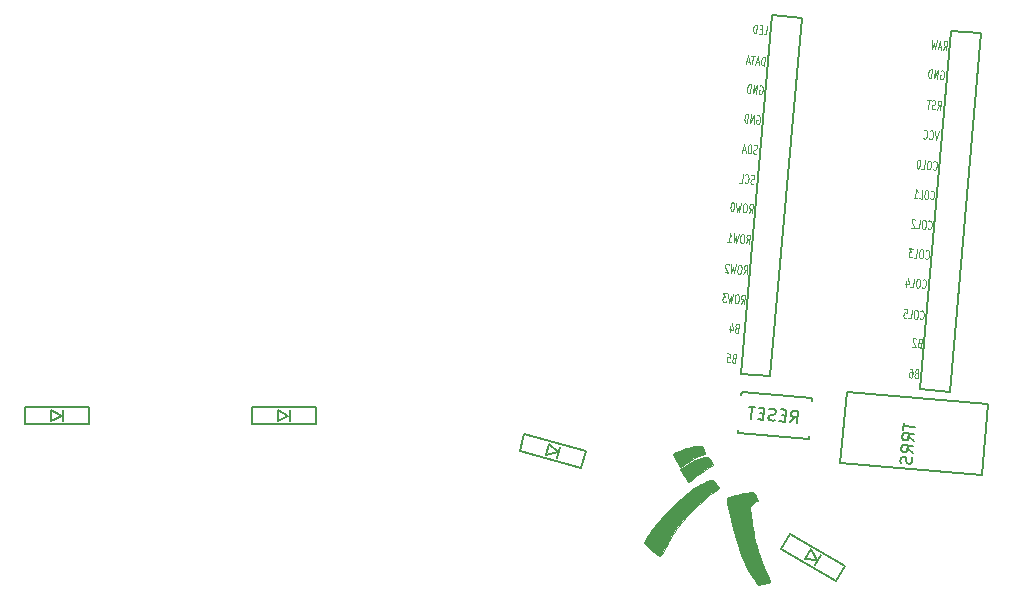
<source format=gbr>
G04 #@! TF.GenerationSoftware,KiCad,Pcbnew,(5.0.1)-4*
G04 #@! TF.CreationDate,2019-01-20T17:45:29+09:00*
G04 #@! TF.ProjectId,va4,7661342E6B696361645F706362000000,rev?*
G04 #@! TF.SameCoordinates,Original*
G04 #@! TF.FileFunction,Legend,Bot*
G04 #@! TF.FilePolarity,Positive*
%FSLAX46Y46*%
G04 Gerber Fmt 4.6, Leading zero omitted, Abs format (unit mm)*
G04 Created by KiCad (PCBNEW (5.0.1)-4) date 20/01/2019 17:45:29*
%MOMM*%
%LPD*%
G01*
G04 APERTURE LIST*
%ADD10C,0.010000*%
%ADD11C,0.150000*%
%ADD12C,0.125000*%
G04 APERTURE END LIST*
D10*
G04 #@! TO.C,G\002A\002A\002A*
G36*
X114845419Y-72283457D02*
X114665176Y-72302109D01*
X114427650Y-72337770D01*
X114155633Y-72386505D01*
X113871918Y-72444379D01*
X113599296Y-72507455D01*
X113473539Y-72539911D01*
X113180400Y-72619442D01*
X112973876Y-72677828D01*
X112838219Y-72720799D01*
X112757678Y-72754083D01*
X112716506Y-72783413D01*
X112698952Y-72814517D01*
X112696581Y-72822594D01*
X112702168Y-72890785D01*
X112727240Y-73047956D01*
X112769093Y-73279600D01*
X112825026Y-73571216D01*
X112892339Y-73908299D01*
X112959848Y-74235846D01*
X113240665Y-75429698D01*
X113567344Y-76538415D01*
X113944110Y-77574162D01*
X114375184Y-78549098D01*
X114634167Y-79058572D01*
X114771323Y-79302298D01*
X114919911Y-79543656D01*
X115067307Y-79764513D01*
X115200883Y-79946730D01*
X115308015Y-80072175D01*
X115374837Y-80122482D01*
X115444672Y-80116536D01*
X115591552Y-80092265D01*
X115789192Y-80054214D01*
X115886522Y-80034052D01*
X116095199Y-79989094D01*
X116261359Y-79951790D01*
X116360148Y-79927785D01*
X116376108Y-79922773D01*
X116377321Y-79871662D01*
X116354242Y-79807908D01*
X116299578Y-79667994D01*
X116278614Y-79600998D01*
X116249888Y-79519143D01*
X116188154Y-79357555D01*
X116100544Y-79134423D01*
X115994188Y-78867943D01*
X115897576Y-78628823D01*
X115723651Y-78184454D01*
X115552889Y-77718291D01*
X115392973Y-77253512D01*
X115251588Y-76813289D01*
X115136414Y-76420796D01*
X115055136Y-76099207D01*
X115047884Y-76065820D01*
X114990899Y-75777774D01*
X114932870Y-75449836D01*
X114876207Y-75099727D01*
X114823320Y-74745167D01*
X114776620Y-74403878D01*
X114738516Y-74093580D01*
X114711418Y-73831993D01*
X114697736Y-73636838D01*
X114699880Y-73525836D01*
X114701459Y-73518461D01*
X114773960Y-73391279D01*
X114909777Y-73251713D01*
X115075472Y-73130258D01*
X115190133Y-73072804D01*
X115350873Y-73010872D01*
X115182223Y-72657419D01*
X115091539Y-72483165D01*
X115008752Y-72351329D01*
X114950218Y-72287603D01*
X114945587Y-72285750D01*
X114845419Y-72283457D01*
X114845419Y-72283457D01*
G37*
X114845419Y-72283457D02*
X114665176Y-72302109D01*
X114427650Y-72337770D01*
X114155633Y-72386505D01*
X113871918Y-72444379D01*
X113599296Y-72507455D01*
X113473539Y-72539911D01*
X113180400Y-72619442D01*
X112973876Y-72677828D01*
X112838219Y-72720799D01*
X112757678Y-72754083D01*
X112716506Y-72783413D01*
X112698952Y-72814517D01*
X112696581Y-72822594D01*
X112702168Y-72890785D01*
X112727240Y-73047956D01*
X112769093Y-73279600D01*
X112825026Y-73571216D01*
X112892339Y-73908299D01*
X112959848Y-74235846D01*
X113240665Y-75429698D01*
X113567344Y-76538415D01*
X113944110Y-77574162D01*
X114375184Y-78549098D01*
X114634167Y-79058572D01*
X114771323Y-79302298D01*
X114919911Y-79543656D01*
X115067307Y-79764513D01*
X115200883Y-79946730D01*
X115308015Y-80072175D01*
X115374837Y-80122482D01*
X115444672Y-80116536D01*
X115591552Y-80092265D01*
X115789192Y-80054214D01*
X115886522Y-80034052D01*
X116095199Y-79989094D01*
X116261359Y-79951790D01*
X116360148Y-79927785D01*
X116376108Y-79922773D01*
X116377321Y-79871662D01*
X116354242Y-79807908D01*
X116299578Y-79667994D01*
X116278614Y-79600998D01*
X116249888Y-79519143D01*
X116188154Y-79357555D01*
X116100544Y-79134423D01*
X115994188Y-78867943D01*
X115897576Y-78628823D01*
X115723651Y-78184454D01*
X115552889Y-77718291D01*
X115392973Y-77253512D01*
X115251588Y-76813289D01*
X115136414Y-76420796D01*
X115055136Y-76099207D01*
X115047884Y-76065820D01*
X114990899Y-75777774D01*
X114932870Y-75449836D01*
X114876207Y-75099727D01*
X114823320Y-74745167D01*
X114776620Y-74403878D01*
X114738516Y-74093580D01*
X114711418Y-73831993D01*
X114697736Y-73636838D01*
X114699880Y-73525836D01*
X114701459Y-73518461D01*
X114773960Y-73391279D01*
X114909777Y-73251713D01*
X115075472Y-73130258D01*
X115190133Y-73072804D01*
X115350873Y-73010872D01*
X115182223Y-72657419D01*
X115091539Y-72483165D01*
X115008752Y-72351329D01*
X114950218Y-72287603D01*
X114945587Y-72285750D01*
X114845419Y-72283457D01*
G36*
X111431174Y-71221425D02*
X111280273Y-71272371D01*
X111072073Y-71364567D01*
X110822112Y-71489530D01*
X110545934Y-71638778D01*
X110259079Y-71803826D01*
X109977089Y-71976192D01*
X109715503Y-72147393D01*
X109489866Y-72308947D01*
X109431313Y-72354418D01*
X109170324Y-72569702D01*
X108863726Y-72834981D01*
X108540007Y-73124688D01*
X108227658Y-73413256D01*
X107955171Y-73675118D01*
X107913973Y-73716028D01*
X107681228Y-73956674D01*
X107427099Y-74233390D01*
X107161964Y-74533472D01*
X106896198Y-74844215D01*
X106640176Y-75152915D01*
X106404273Y-75446867D01*
X106198867Y-75713367D01*
X106034330Y-75939710D01*
X105921042Y-76113192D01*
X105869956Y-76218843D01*
X105811584Y-76340045D01*
X105761244Y-76405919D01*
X105714079Y-76476668D01*
X105714367Y-76554120D01*
X105770671Y-76653780D01*
X105891557Y-76791147D01*
X106072556Y-76969292D01*
X106209359Y-77091742D01*
X106384571Y-77237255D01*
X106576706Y-77389372D01*
X106764276Y-77531632D01*
X106925795Y-77647573D01*
X107039772Y-77720737D01*
X107074418Y-77736781D01*
X107104427Y-77695034D01*
X107175733Y-77578120D01*
X107278085Y-77403298D01*
X107401233Y-77187836D01*
X107418201Y-77157800D01*
X107545422Y-76928959D01*
X107653462Y-76728331D01*
X107731423Y-76576594D01*
X107768411Y-76494421D01*
X107769229Y-76491644D01*
X107805529Y-76419125D01*
X107889878Y-76277518D01*
X108010840Y-76085273D01*
X108156980Y-75860836D01*
X108206054Y-75786940D01*
X108541782Y-75316537D01*
X108933250Y-74822418D01*
X109356373Y-74332164D01*
X109787065Y-73873348D01*
X110201241Y-73473550D01*
X110314253Y-73373080D01*
X110538165Y-73178302D01*
X110757588Y-72987334D01*
X110947503Y-72821957D01*
X111082887Y-72703953D01*
X111084160Y-72702842D01*
X111247850Y-72566647D01*
X111455870Y-72402613D01*
X111666071Y-72243901D01*
X111687302Y-72228347D01*
X111853731Y-72102523D01*
X111982416Y-71997017D01*
X112052681Y-71929100D01*
X112059681Y-71917250D01*
X112032522Y-71859376D01*
X111954893Y-71746461D01*
X111846139Y-71603007D01*
X111725608Y-71453508D01*
X111612644Y-71322464D01*
X111526594Y-71234375D01*
X111509231Y-71220212D01*
X111431174Y-71221425D01*
X111431174Y-71221425D01*
G37*
X111431174Y-71221425D02*
X111280273Y-71272371D01*
X111072073Y-71364567D01*
X110822112Y-71489530D01*
X110545934Y-71638778D01*
X110259079Y-71803826D01*
X109977089Y-71976192D01*
X109715503Y-72147393D01*
X109489866Y-72308947D01*
X109431313Y-72354418D01*
X109170324Y-72569702D01*
X108863726Y-72834981D01*
X108540007Y-73124688D01*
X108227658Y-73413256D01*
X107955171Y-73675118D01*
X107913973Y-73716028D01*
X107681228Y-73956674D01*
X107427099Y-74233390D01*
X107161964Y-74533472D01*
X106896198Y-74844215D01*
X106640176Y-75152915D01*
X106404273Y-75446867D01*
X106198867Y-75713367D01*
X106034330Y-75939710D01*
X105921042Y-76113192D01*
X105869956Y-76218843D01*
X105811584Y-76340045D01*
X105761244Y-76405919D01*
X105714079Y-76476668D01*
X105714367Y-76554120D01*
X105770671Y-76653780D01*
X105891557Y-76791147D01*
X106072556Y-76969292D01*
X106209359Y-77091742D01*
X106384571Y-77237255D01*
X106576706Y-77389372D01*
X106764276Y-77531632D01*
X106925795Y-77647573D01*
X107039772Y-77720737D01*
X107074418Y-77736781D01*
X107104427Y-77695034D01*
X107175733Y-77578120D01*
X107278085Y-77403298D01*
X107401233Y-77187836D01*
X107418201Y-77157800D01*
X107545422Y-76928959D01*
X107653462Y-76728331D01*
X107731423Y-76576594D01*
X107768411Y-76494421D01*
X107769229Y-76491644D01*
X107805529Y-76419125D01*
X107889878Y-76277518D01*
X108010840Y-76085273D01*
X108156980Y-75860836D01*
X108206054Y-75786940D01*
X108541782Y-75316537D01*
X108933250Y-74822418D01*
X109356373Y-74332164D01*
X109787065Y-73873348D01*
X110201241Y-73473550D01*
X110314253Y-73373080D01*
X110538165Y-73178302D01*
X110757588Y-72987334D01*
X110947503Y-72821957D01*
X111082887Y-72703953D01*
X111084160Y-72702842D01*
X111247850Y-72566647D01*
X111455870Y-72402613D01*
X111666071Y-72243901D01*
X111687302Y-72228347D01*
X111853731Y-72102523D01*
X111982416Y-71997017D01*
X112052681Y-71929100D01*
X112059681Y-71917250D01*
X112032522Y-71859376D01*
X111954893Y-71746461D01*
X111846139Y-71603007D01*
X111725608Y-71453508D01*
X111612644Y-71322464D01*
X111526594Y-71234375D01*
X111509231Y-71220212D01*
X111431174Y-71221425D01*
G36*
X111009966Y-69293289D02*
X110809821Y-69329571D01*
X110563620Y-69395683D01*
X110296268Y-69484121D01*
X110032672Y-69587386D01*
X109797736Y-69697976D01*
X109795864Y-69698962D01*
X109558367Y-69832769D01*
X109314155Y-69984121D01*
X109110198Y-70123688D01*
X109082770Y-70144239D01*
X108789551Y-70368017D01*
X109127634Y-70907724D01*
X109260809Y-71118501D01*
X109374042Y-71294308D01*
X109455416Y-71416877D01*
X109493015Y-71467935D01*
X109493109Y-71468008D01*
X109543082Y-71446768D01*
X109636940Y-71369136D01*
X109682778Y-71324731D01*
X109915148Y-71111473D01*
X110210418Y-70872021D01*
X110537774Y-70629358D01*
X110866400Y-70406465D01*
X111125544Y-70248679D01*
X111584469Y-69988165D01*
X111408263Y-69653338D01*
X111308416Y-69483857D01*
X111212899Y-69355574D01*
X111141653Y-69295091D01*
X111139149Y-69294340D01*
X111009966Y-69293289D01*
X111009966Y-69293289D01*
G37*
X111009966Y-69293289D02*
X110809821Y-69329571D01*
X110563620Y-69395683D01*
X110296268Y-69484121D01*
X110032672Y-69587386D01*
X109797736Y-69697976D01*
X109795864Y-69698962D01*
X109558367Y-69832769D01*
X109314155Y-69984121D01*
X109110198Y-70123688D01*
X109082770Y-70144239D01*
X108789551Y-70368017D01*
X109127634Y-70907724D01*
X109260809Y-71118501D01*
X109374042Y-71294308D01*
X109455416Y-71416877D01*
X109493015Y-71467935D01*
X109493109Y-71468008D01*
X109543082Y-71446768D01*
X109636940Y-71369136D01*
X109682778Y-71324731D01*
X109915148Y-71111473D01*
X110210418Y-70872021D01*
X110537774Y-70629358D01*
X110866400Y-70406465D01*
X111125544Y-70248679D01*
X111584469Y-69988165D01*
X111408263Y-69653338D01*
X111308416Y-69483857D01*
X111212899Y-69355574D01*
X111141653Y-69295091D01*
X111139149Y-69294340D01*
X111009966Y-69293289D01*
G36*
X110420880Y-68360058D02*
X110220870Y-68376404D01*
X109971320Y-68412052D01*
X109698459Y-68462528D01*
X109428515Y-68523366D01*
X109187715Y-68590094D01*
X109131683Y-68608343D01*
X108887673Y-68701039D01*
X108637840Y-68811912D01*
X108435050Y-68917449D01*
X108429916Y-68920482D01*
X108138814Y-69093389D01*
X108454238Y-69643018D01*
X108578612Y-69856575D01*
X108684548Y-70032546D01*
X108760877Y-70152785D01*
X108796432Y-70199143D01*
X108796515Y-70199165D01*
X108848980Y-70171348D01*
X108946261Y-70094087D01*
X108977514Y-70066481D01*
X109263077Y-69838764D01*
X109607979Y-69609709D01*
X109972117Y-69403406D01*
X110315389Y-69243944D01*
X110400890Y-69211473D01*
X110856867Y-69048604D01*
X110746467Y-68720226D01*
X110671093Y-68533212D01*
X110595041Y-68407441D01*
X110545122Y-68367480D01*
X110420880Y-68360058D01*
X110420880Y-68360058D01*
G37*
X110420880Y-68360058D02*
X110220870Y-68376404D01*
X109971320Y-68412052D01*
X109698459Y-68462528D01*
X109428515Y-68523366D01*
X109187715Y-68590094D01*
X109131683Y-68608343D01*
X108887673Y-68701039D01*
X108637840Y-68811912D01*
X108435050Y-68917449D01*
X108429916Y-68920482D01*
X108138814Y-69093389D01*
X108454238Y-69643018D01*
X108578612Y-69856575D01*
X108684548Y-70032546D01*
X108760877Y-70152785D01*
X108796432Y-70199143D01*
X108796515Y-70199165D01*
X108848980Y-70171348D01*
X108946261Y-70094087D01*
X108977514Y-70066481D01*
X109263077Y-69838764D01*
X109607979Y-69609709D01*
X109972117Y-69403406D01*
X110315389Y-69243944D01*
X110400890Y-69211473D01*
X110856867Y-69048604D01*
X110746467Y-68720226D01*
X110671093Y-68533212D01*
X110595041Y-68407441D01*
X110545122Y-68367480D01*
X110420880Y-68360058D01*
D11*
G04 #@! TO.C,J2*
X134813990Y-64868075D02*
X134291055Y-70845243D01*
X134291055Y-70845243D02*
X122336719Y-69799374D01*
X122336719Y-69799374D02*
X122859653Y-63822206D01*
X122859653Y-63822206D02*
X134813990Y-64868075D01*
G04 #@! TO.C,D4*
X120346410Y-78000000D02*
X119316987Y-77983013D01*
X119316987Y-77983013D02*
X119816987Y-77116987D01*
X119816987Y-77116987D02*
X120346410Y-78000000D01*
X120183013Y-78483013D02*
X120683013Y-77616987D01*
X117286731Y-77099519D02*
X121963269Y-79799519D01*
X121963269Y-79799519D02*
X122713269Y-78500481D01*
X122713269Y-78500481D02*
X118036731Y-75800481D01*
X118036731Y-75800481D02*
X117286731Y-77099519D01*
G04 #@! TO.C,D3*
X98386370Y-68903528D02*
X97387628Y-69153553D01*
X97387628Y-69153553D02*
X97646447Y-68187628D01*
X97646447Y-68187628D02*
X98386370Y-68903528D01*
X98353553Y-69412372D02*
X98612372Y-68446447D01*
X95197886Y-68825633D02*
X100413885Y-70223256D01*
X100413885Y-70223256D02*
X100802114Y-68774367D01*
X100802114Y-68774367D02*
X95586115Y-67376744D01*
X95586115Y-67376744D02*
X95197886Y-68825633D01*
G04 #@! TO.C,D2*
X72500000Y-65050000D02*
X72500000Y-66550000D01*
X77900000Y-65050000D02*
X72500000Y-65050000D01*
X77900000Y-66550000D02*
X77900000Y-65050000D01*
X72500000Y-66550000D02*
X77900000Y-66550000D01*
X75700000Y-66300000D02*
X75700000Y-65300000D01*
X74700000Y-65300000D02*
X75600000Y-65800000D01*
X74700000Y-66300000D02*
X74700000Y-65300000D01*
X75600000Y-65800000D02*
X74700000Y-66300000D01*
G04 #@! TO.C,D1*
X56400000Y-65800000D02*
X55500000Y-66300000D01*
X55500000Y-66300000D02*
X55500000Y-65300000D01*
X55500000Y-65300000D02*
X56400000Y-65800000D01*
X56500000Y-66300000D02*
X56500000Y-65300000D01*
X53300000Y-66550000D02*
X58700000Y-66550000D01*
X58700000Y-66550000D02*
X58700000Y-65050000D01*
X58700000Y-65050000D02*
X53300000Y-65050000D01*
X53300000Y-65050000D02*
X53300000Y-66550000D01*
G04 #@! TO.C,U1*
X131722510Y-33219844D02*
X134252844Y-33441220D01*
X134252844Y-33441220D02*
X131596337Y-63805234D01*
X131596337Y-63805234D02*
X129066003Y-63583859D01*
X129066003Y-63583859D02*
X131722510Y-33219844D01*
X116540503Y-31891591D02*
X119070837Y-32112966D01*
X119070837Y-32112966D02*
X116414330Y-62476981D01*
X116414330Y-62476981D02*
X113883996Y-62255605D01*
X113883996Y-62255605D02*
X116540503Y-31891591D01*
G04 #@! TO.C,SW1*
X113942150Y-64044241D02*
X113963938Y-63795192D01*
X113963938Y-63795192D02*
X119941107Y-64318127D01*
X119941107Y-64318127D02*
X119919318Y-64567175D01*
X119657850Y-67555759D02*
X119636062Y-67804808D01*
X119636062Y-67804808D02*
X113658893Y-67281873D01*
X113658893Y-67281873D02*
X113680682Y-67032825D01*
G04 #@! TO.C,J2*
X127690876Y-66415739D02*
X127641073Y-66984993D01*
X128662169Y-66787522D02*
X127665975Y-66700366D01*
X128558413Y-67973468D02*
X128113086Y-67599900D01*
X128608216Y-67404214D02*
X127612021Y-67317058D01*
X127578819Y-67696561D01*
X127617956Y-67795587D01*
X127661244Y-67847175D01*
X127751969Y-67902913D01*
X127894283Y-67915364D01*
X127993309Y-67876227D01*
X128044897Y-67832939D01*
X128100635Y-67742214D01*
X128133838Y-67362711D01*
X128471257Y-68969663D02*
X128025930Y-68596095D01*
X128521060Y-68400409D02*
X127524865Y-68313253D01*
X127491663Y-68692756D01*
X127530801Y-68791782D01*
X127574088Y-68843370D01*
X127664814Y-68899108D01*
X127807127Y-68911559D01*
X127906153Y-68872422D01*
X127957741Y-68829134D01*
X128013480Y-68738409D01*
X128046682Y-68358906D01*
X128390617Y-69345015D02*
X128425604Y-69491479D01*
X128404853Y-69728668D01*
X128349114Y-69819394D01*
X128297526Y-69862681D01*
X128198500Y-69901819D01*
X128103624Y-69893518D01*
X128012899Y-69837780D01*
X127969611Y-69786191D01*
X127930474Y-69687165D01*
X127899637Y-69493264D01*
X127860500Y-69394238D01*
X127817212Y-69342650D01*
X127726487Y-69286911D01*
X127631611Y-69278611D01*
X127532585Y-69317748D01*
X127480997Y-69361036D01*
X127425259Y-69451761D01*
X127404508Y-69688950D01*
X127439495Y-69835414D01*
G04 #@! TO.C,U1*
D12*
X131035024Y-34838873D02*
X131232184Y-34497615D01*
X131319651Y-34863774D02*
X131385018Y-34116628D01*
X131195267Y-34100027D01*
X131144716Y-34131455D01*
X131117884Y-34164958D01*
X131087940Y-34234040D01*
X131078602Y-34340775D01*
X131096096Y-34414007D01*
X131116702Y-34451661D01*
X131161027Y-34491389D01*
X131350778Y-34507990D01*
X130863949Y-34608801D02*
X130626760Y-34588050D01*
X130892711Y-34826422D02*
X130792045Y-34064750D01*
X130560646Y-34797370D01*
X130507418Y-34039848D02*
X130323457Y-34776619D01*
X130275271Y-34234642D01*
X130133705Y-34760017D01*
X130080477Y-34002496D01*
X115829297Y-33508543D02*
X116066486Y-33529295D01*
X116131853Y-32782149D01*
X115697505Y-33102655D02*
X115531472Y-33088129D01*
X115426076Y-33473266D02*
X115663265Y-33494018D01*
X115728632Y-32746871D01*
X115491442Y-32726120D01*
X115212605Y-33454590D02*
X115277972Y-32707444D01*
X115159377Y-32697068D01*
X115085108Y-32726421D01*
X115031445Y-32793428D01*
X115001500Y-32862509D01*
X114965331Y-33002748D01*
X114955993Y-33109483D01*
X114967261Y-33253872D01*
X114984754Y-33327103D01*
X115025967Y-33402410D01*
X115094011Y-33444214D01*
X115212605Y-33454590D01*
X130853757Y-36591959D02*
X130904307Y-36560531D01*
X130975464Y-36566756D01*
X131043508Y-36608560D01*
X131084720Y-36683867D01*
X131102214Y-36757099D01*
X131113482Y-36901487D01*
X131104144Y-37008223D01*
X131067974Y-37148461D01*
X131038030Y-37217543D01*
X130984367Y-37284549D01*
X130910097Y-37313902D01*
X130862659Y-37309752D01*
X130794615Y-37267948D01*
X130774009Y-37230294D01*
X130795798Y-36981246D01*
X130890674Y-36989546D01*
X130554313Y-37282775D02*
X130619680Y-36535629D01*
X130269686Y-37257873D01*
X130335053Y-36510727D01*
X130032497Y-37237122D02*
X130097864Y-36489976D01*
X129979269Y-36479600D01*
X129905000Y-36508953D01*
X129851337Y-36575960D01*
X129821392Y-36645041D01*
X129785222Y-36785280D01*
X129775884Y-36892015D01*
X129787152Y-37036404D01*
X129804646Y-37109635D01*
X129845858Y-37184942D01*
X129913902Y-37226746D01*
X130032497Y-37237122D01*
X115875330Y-36167172D02*
X115940697Y-35420026D01*
X115822102Y-35409650D01*
X115747833Y-35439003D01*
X115694169Y-35506010D01*
X115664225Y-35575091D01*
X115628055Y-35715330D01*
X115618717Y-35822065D01*
X115629985Y-35966454D01*
X115647479Y-36039685D01*
X115688691Y-36114992D01*
X115756735Y-36156796D01*
X115875330Y-36167172D01*
X115419628Y-35912199D02*
X115182438Y-35891448D01*
X115448389Y-36129819D02*
X115347724Y-35368147D01*
X115116324Y-36100768D01*
X115086815Y-35345321D02*
X114802188Y-35320419D01*
X114879135Y-36080016D02*
X114944502Y-35332870D01*
X114613184Y-35841644D02*
X114375995Y-35820893D01*
X114641946Y-36059265D02*
X114541280Y-35297593D01*
X114309881Y-36030213D01*
X130521115Y-39893316D02*
X130718275Y-39552058D01*
X130805742Y-39918218D02*
X130871109Y-39171072D01*
X130681358Y-39154471D01*
X130630807Y-39185899D01*
X130603976Y-39219402D01*
X130574031Y-39288484D01*
X130564693Y-39395219D01*
X130582187Y-39468451D01*
X130602793Y-39506104D01*
X130647118Y-39545833D01*
X130836870Y-39562434D01*
X130334477Y-39841137D02*
X130260207Y-39870490D01*
X130141613Y-39860114D01*
X130097288Y-39820385D01*
X130076681Y-39782732D01*
X130059188Y-39709500D01*
X130065413Y-39638343D01*
X130095358Y-39569262D01*
X130122189Y-39535758D01*
X130172740Y-39504330D01*
X130270728Y-39477052D01*
X130321279Y-39445624D01*
X130348110Y-39412121D01*
X130378055Y-39343039D01*
X130384280Y-39271883D01*
X130366787Y-39198651D01*
X130346180Y-39160997D01*
X130301855Y-39121269D01*
X130183261Y-39110893D01*
X130108991Y-39140246D01*
X129969790Y-39092217D02*
X129685163Y-39067315D01*
X129762110Y-39826912D02*
X129827477Y-39079766D01*
X115508098Y-37862833D02*
X115558648Y-37831405D01*
X115629805Y-37837630D01*
X115697849Y-37879434D01*
X115739061Y-37954741D01*
X115756555Y-38027973D01*
X115767823Y-38172361D01*
X115758485Y-38279097D01*
X115722315Y-38419335D01*
X115692371Y-38488417D01*
X115638708Y-38555423D01*
X115564438Y-38584776D01*
X115517000Y-38580626D01*
X115448956Y-38538822D01*
X115428350Y-38501168D01*
X115450139Y-38252120D01*
X115545015Y-38260420D01*
X115208654Y-38553649D02*
X115274021Y-37806503D01*
X114924027Y-38528747D01*
X114989394Y-37781601D01*
X114686838Y-38507996D02*
X114752205Y-37760850D01*
X114633610Y-37750474D01*
X114559341Y-37779827D01*
X114505678Y-37846834D01*
X114475733Y-37915915D01*
X114439563Y-38056154D01*
X114430225Y-38162889D01*
X114441493Y-38307278D01*
X114458987Y-38380509D01*
X114500199Y-38455816D01*
X114568243Y-38497620D01*
X114686838Y-38507996D01*
X130693212Y-41705210D02*
X130461813Y-42437830D01*
X130361148Y-41676158D01*
X129851347Y-42312720D02*
X129871953Y-42350373D01*
X129939997Y-42392177D01*
X129987435Y-42396327D01*
X130061704Y-42366974D01*
X130115367Y-42299968D01*
X130145312Y-42230886D01*
X130181482Y-42090648D01*
X130190820Y-41983913D01*
X130179552Y-41839524D01*
X130162058Y-41766292D01*
X130120846Y-41690985D01*
X130052802Y-41649181D01*
X130005364Y-41645031D01*
X129931094Y-41674384D01*
X129904263Y-41707887D01*
X129353249Y-42269142D02*
X129373855Y-42306795D01*
X129441900Y-42348599D01*
X129489337Y-42352749D01*
X129563607Y-42323396D01*
X129617270Y-42256390D01*
X129647214Y-42187308D01*
X129683384Y-42047070D01*
X129692722Y-41940335D01*
X129681454Y-41795946D01*
X129663961Y-41722714D01*
X129622748Y-41647407D01*
X129554704Y-41605603D01*
X129507266Y-41601453D01*
X129432997Y-41630806D01*
X129406165Y-41664309D01*
X115286723Y-40393168D02*
X115337273Y-40361740D01*
X115408430Y-40367965D01*
X115476474Y-40409769D01*
X115517686Y-40485076D01*
X115535180Y-40558308D01*
X115546448Y-40702696D01*
X115537110Y-40809432D01*
X115500940Y-40949670D01*
X115470996Y-41018752D01*
X115417333Y-41085758D01*
X115343063Y-41115111D01*
X115295625Y-41110961D01*
X115227581Y-41069157D01*
X115206975Y-41031503D01*
X115228764Y-40782455D01*
X115323640Y-40790755D01*
X114987279Y-41083984D02*
X115052646Y-40336838D01*
X114702652Y-41059082D01*
X114768019Y-40311936D01*
X114465463Y-41038331D02*
X114530830Y-40291185D01*
X114412235Y-40280809D01*
X114337966Y-40310162D01*
X114284303Y-40377169D01*
X114254358Y-40446250D01*
X114218188Y-40586489D01*
X114208850Y-40693224D01*
X114220118Y-40837613D01*
X114237612Y-40910844D01*
X114278824Y-40986151D01*
X114346868Y-41027955D01*
X114465463Y-41038331D01*
X129506051Y-52445685D02*
X129526658Y-52483338D01*
X129594702Y-52525142D01*
X129642140Y-52529292D01*
X129716409Y-52499939D01*
X129770072Y-52432933D01*
X129800017Y-52363851D01*
X129836186Y-52223613D01*
X129845524Y-52116877D01*
X129834256Y-51972489D01*
X129816763Y-51899257D01*
X129775550Y-51823950D01*
X129707506Y-51782146D01*
X129660068Y-51777996D01*
X129585799Y-51807349D01*
X129558967Y-51840852D01*
X129256847Y-51742718D02*
X129161971Y-51734418D01*
X129111421Y-51765846D01*
X129057757Y-51832853D01*
X129021588Y-51973091D01*
X128999799Y-52222140D01*
X129011067Y-52366528D01*
X129052279Y-52441835D01*
X129096604Y-52481564D01*
X129191480Y-52489864D01*
X129242031Y-52458436D01*
X129295694Y-52391430D01*
X129331864Y-52251192D01*
X129353652Y-52002143D01*
X129342384Y-51857754D01*
X129301172Y-51782447D01*
X129256847Y-51742718D01*
X128527350Y-52431761D02*
X128764539Y-52452512D01*
X128829906Y-51705366D01*
X128474122Y-51674239D02*
X128165776Y-51647262D01*
X128306907Y-51946415D01*
X128235750Y-51940190D01*
X128185200Y-51971618D01*
X128158368Y-52005121D01*
X128128424Y-52074203D01*
X128112860Y-52252095D01*
X128130354Y-52325327D01*
X128150960Y-52362980D01*
X128195285Y-52402709D01*
X128337599Y-52415160D01*
X128388149Y-52383731D01*
X128414981Y-52350228D01*
X114564879Y-48632393D02*
X114762039Y-48291135D01*
X114849506Y-48657295D02*
X114914873Y-47910149D01*
X114725122Y-47893548D01*
X114674571Y-47924976D01*
X114647740Y-47958479D01*
X114617795Y-48027561D01*
X114608457Y-48134296D01*
X114625951Y-48207528D01*
X114646557Y-48245181D01*
X114690882Y-48284910D01*
X114880633Y-48301511D01*
X114321900Y-47858270D02*
X114227024Y-47849970D01*
X114176474Y-47881398D01*
X114122811Y-47948405D01*
X114086641Y-48088643D01*
X114064852Y-48337692D01*
X114076120Y-48482080D01*
X114117332Y-48557387D01*
X114161658Y-48597116D01*
X114256533Y-48605416D01*
X114307084Y-48573988D01*
X114360747Y-48506982D01*
X114396917Y-48366743D01*
X114418706Y-48117695D01*
X114407438Y-47973306D01*
X114366225Y-47897999D01*
X114321900Y-47858270D01*
X113942397Y-47825068D02*
X113758436Y-48561839D01*
X113710251Y-48019862D01*
X113568685Y-48545238D01*
X113515457Y-47787716D01*
X113230830Y-47762814D02*
X113183392Y-47758664D01*
X113132841Y-47790092D01*
X113106010Y-47823595D01*
X113076065Y-47892677D01*
X113039896Y-48032915D01*
X113024332Y-48210807D01*
X113035600Y-48355196D01*
X113053094Y-48428428D01*
X113073700Y-48466081D01*
X113118025Y-48505810D01*
X113165463Y-48509960D01*
X113216013Y-48478532D01*
X113242845Y-48445029D01*
X113272789Y-48375947D01*
X113308959Y-48235709D01*
X113324523Y-48057817D01*
X113313255Y-47913428D01*
X113295761Y-47840196D01*
X113275155Y-47802543D01*
X113230830Y-47762814D01*
X129723941Y-49955198D02*
X129744548Y-49992851D01*
X129812592Y-50034655D01*
X129860030Y-50038805D01*
X129934299Y-50009452D01*
X129987962Y-49942446D01*
X130017907Y-49873364D01*
X130054076Y-49733126D01*
X130063414Y-49626390D01*
X130052146Y-49482002D01*
X130034653Y-49408770D01*
X129993440Y-49333463D01*
X129925396Y-49291659D01*
X129877958Y-49287509D01*
X129803689Y-49316862D01*
X129776857Y-49350365D01*
X129474737Y-49252231D02*
X129379861Y-49243931D01*
X129329311Y-49275359D01*
X129275647Y-49342366D01*
X129239478Y-49482604D01*
X129217689Y-49731653D01*
X129228957Y-49876041D01*
X129270169Y-49951348D01*
X129314494Y-49991077D01*
X129409370Y-49999377D01*
X129459921Y-49967949D01*
X129513584Y-49900943D01*
X129549754Y-49760705D01*
X129571542Y-49511656D01*
X129560274Y-49367267D01*
X129519062Y-49291960D01*
X129474737Y-49252231D01*
X128745240Y-49941274D02*
X128982429Y-49962025D01*
X129047796Y-49214879D01*
X128662068Y-49252834D02*
X128641462Y-49215180D01*
X128597137Y-49175451D01*
X128478542Y-49165076D01*
X128427992Y-49196504D01*
X128401160Y-49230007D01*
X128371216Y-49299089D01*
X128364990Y-49370245D01*
X128379371Y-49479056D01*
X128626646Y-49930898D01*
X128318300Y-49903921D01*
X114998302Y-46148502D02*
X114924032Y-46177855D01*
X114805437Y-46167479D01*
X114761112Y-46127751D01*
X114740506Y-46090097D01*
X114723013Y-46016865D01*
X114729238Y-45945709D01*
X114759182Y-45876627D01*
X114786014Y-45843124D01*
X114836565Y-45811696D01*
X114934553Y-45784418D01*
X114985103Y-45752990D01*
X115011935Y-45719486D01*
X115041879Y-45650405D01*
X115048105Y-45579248D01*
X115030611Y-45506016D01*
X115010005Y-45468363D01*
X114965680Y-45428634D01*
X114847085Y-45418258D01*
X114772816Y-45447611D01*
X114218690Y-46044444D02*
X114239296Y-46082098D01*
X114307340Y-46123902D01*
X114354778Y-46128052D01*
X114429047Y-46098699D01*
X114482711Y-46031692D01*
X114512655Y-45962611D01*
X114548825Y-45822372D01*
X114558163Y-45715637D01*
X114546895Y-45571249D01*
X114529401Y-45498017D01*
X114488189Y-45422710D01*
X114420145Y-45380906D01*
X114372707Y-45376756D01*
X114298437Y-45406109D01*
X114271606Y-45439612D01*
X113761805Y-46076173D02*
X113998994Y-46096925D01*
X114064361Y-45349779D01*
X129945709Y-47420380D02*
X129966316Y-47458033D01*
X130034360Y-47499837D01*
X130081798Y-47503987D01*
X130156067Y-47474634D01*
X130209730Y-47407628D01*
X130239675Y-47338546D01*
X130275844Y-47198308D01*
X130285182Y-47091572D01*
X130273914Y-46947184D01*
X130256421Y-46873952D01*
X130215208Y-46798645D01*
X130147164Y-46756841D01*
X130099726Y-46752691D01*
X130025457Y-46782044D01*
X129998625Y-46815547D01*
X129696505Y-46717413D02*
X129601629Y-46709113D01*
X129551079Y-46740541D01*
X129497415Y-46807548D01*
X129461246Y-46947786D01*
X129439457Y-47196835D01*
X129450725Y-47341223D01*
X129491937Y-47416530D01*
X129536262Y-47456259D01*
X129631138Y-47464559D01*
X129681689Y-47433131D01*
X129735352Y-47366125D01*
X129771522Y-47225887D01*
X129793310Y-46976838D01*
X129782042Y-46832449D01*
X129740830Y-46757142D01*
X129696505Y-46717413D01*
X128967008Y-47406456D02*
X129204197Y-47427207D01*
X129269564Y-46680061D01*
X128540068Y-47369103D02*
X128824695Y-47394005D01*
X128682381Y-47381554D02*
X128747748Y-46634408D01*
X128785848Y-46745293D01*
X128827060Y-46820600D01*
X128871385Y-46860329D01*
X115231535Y-43619205D02*
X115157266Y-43648558D01*
X115038671Y-43638182D01*
X114994346Y-43598453D01*
X114973740Y-43560800D01*
X114956246Y-43487568D01*
X114962471Y-43416411D01*
X114992416Y-43347330D01*
X115019247Y-43313826D01*
X115069798Y-43282398D01*
X115167786Y-43255120D01*
X115218337Y-43223692D01*
X115245169Y-43190189D01*
X115275113Y-43121107D01*
X115281338Y-43049951D01*
X115263845Y-42976719D01*
X115243239Y-42939065D01*
X115198913Y-42899337D01*
X115080319Y-42888961D01*
X115006049Y-42918314D01*
X114730325Y-43611205D02*
X114795692Y-42864059D01*
X114677097Y-42853684D01*
X114602828Y-42883037D01*
X114549164Y-42950043D01*
X114519220Y-43019125D01*
X114483050Y-43159363D01*
X114473712Y-43266098D01*
X114484980Y-43410487D01*
X114502474Y-43483719D01*
X114543686Y-43559026D01*
X114611730Y-43600830D01*
X114730325Y-43611205D01*
X114274623Y-43356232D02*
X114037434Y-43335481D01*
X114303384Y-43573853D02*
X114202719Y-42812181D01*
X113971319Y-43544801D01*
X130164077Y-44924415D02*
X130184684Y-44962068D01*
X130252728Y-45003872D01*
X130300166Y-45008022D01*
X130374435Y-44978669D01*
X130428098Y-44911663D01*
X130458043Y-44842581D01*
X130494212Y-44702343D01*
X130503550Y-44595607D01*
X130492282Y-44451219D01*
X130474789Y-44377987D01*
X130433576Y-44302680D01*
X130365532Y-44260876D01*
X130318094Y-44256726D01*
X130243825Y-44286079D01*
X130216993Y-44319582D01*
X129914873Y-44221448D02*
X129819997Y-44213148D01*
X129769447Y-44244576D01*
X129715783Y-44311583D01*
X129679614Y-44451821D01*
X129657825Y-44700870D01*
X129669093Y-44845258D01*
X129710305Y-44920565D01*
X129754630Y-44960294D01*
X129849506Y-44968594D01*
X129900057Y-44937166D01*
X129953720Y-44870160D01*
X129989890Y-44729922D01*
X130011678Y-44480873D01*
X130000410Y-44336484D01*
X129959198Y-44261177D01*
X129914873Y-44221448D01*
X129185376Y-44910491D02*
X129422565Y-44931242D01*
X129487932Y-44184096D01*
X128989835Y-44140518D02*
X128942397Y-44136368D01*
X128891846Y-44167796D01*
X128865015Y-44201299D01*
X128835071Y-44270381D01*
X128798901Y-44410619D01*
X128783337Y-44588511D01*
X128794605Y-44732900D01*
X128812099Y-44806132D01*
X128832705Y-44843785D01*
X128877030Y-44883514D01*
X128924468Y-44887664D01*
X128975019Y-44856236D01*
X129001850Y-44822733D01*
X129031795Y-44753651D01*
X129067964Y-44613413D01*
X129083528Y-44435521D01*
X129072260Y-44291132D01*
X129054766Y-44217900D01*
X129034160Y-44180247D01*
X128989835Y-44140518D01*
X128750386Y-62227619D02*
X128676117Y-62256972D01*
X128649285Y-62290475D01*
X128619341Y-62359556D01*
X128610003Y-62466292D01*
X128627496Y-62539523D01*
X128648103Y-62577177D01*
X128692428Y-62616906D01*
X128882179Y-62633507D01*
X128947546Y-61886361D01*
X128781513Y-61871835D01*
X128730963Y-61903263D01*
X128704131Y-61936766D01*
X128674187Y-62005848D01*
X128667962Y-62077005D01*
X128685455Y-62150236D01*
X128706061Y-62187890D01*
X128750386Y-62227619D01*
X128916419Y-62242145D01*
X128235978Y-61824107D02*
X128330854Y-61832407D01*
X128375179Y-61872136D01*
X128395785Y-61909789D01*
X128433885Y-62020675D01*
X128445153Y-62165063D01*
X128420251Y-62449690D01*
X128390307Y-62518772D01*
X128363476Y-62552275D01*
X128312925Y-62583703D01*
X128218049Y-62575403D01*
X128173724Y-62535674D01*
X128153118Y-62498021D01*
X128135624Y-62424789D01*
X128151188Y-62246897D01*
X128181132Y-62177815D01*
X128207964Y-62144312D01*
X128258514Y-62112884D01*
X128353390Y-62121185D01*
X128397715Y-62160913D01*
X128418321Y-62198567D01*
X128435815Y-62271799D01*
X113309811Y-60940486D02*
X113235542Y-60969839D01*
X113208710Y-61003342D01*
X113178766Y-61072423D01*
X113169428Y-61179159D01*
X113186921Y-61252390D01*
X113207528Y-61290044D01*
X113251853Y-61329773D01*
X113441604Y-61346374D01*
X113506971Y-60599228D01*
X113340938Y-60584702D01*
X113290388Y-60616130D01*
X113263556Y-60649633D01*
X113233612Y-60718715D01*
X113227387Y-60789872D01*
X113244880Y-60863103D01*
X113265486Y-60900757D01*
X113309811Y-60940486D01*
X113475844Y-60955012D01*
X112771684Y-60534898D02*
X113008874Y-60555650D01*
X113001465Y-60913509D01*
X112980859Y-60875855D01*
X112936534Y-60836127D01*
X112817939Y-60825751D01*
X112767389Y-60857179D01*
X112740557Y-60890682D01*
X112710613Y-60959764D01*
X112695049Y-61137656D01*
X112712543Y-61210888D01*
X112733149Y-61248541D01*
X112777474Y-61288270D01*
X112896069Y-61298646D01*
X112946619Y-61267217D01*
X112973451Y-61233714D01*
X113531187Y-58410151D02*
X113456918Y-58439504D01*
X113430086Y-58473007D01*
X113400142Y-58542088D01*
X113390804Y-58648824D01*
X113408297Y-58722055D01*
X113428904Y-58759709D01*
X113473229Y-58799438D01*
X113662980Y-58816039D01*
X113728347Y-58068893D01*
X113562314Y-58054367D01*
X113511764Y-58085795D01*
X113484932Y-58119298D01*
X113454988Y-58188380D01*
X113448763Y-58259537D01*
X113466256Y-58332768D01*
X113486862Y-58370422D01*
X113531187Y-58410151D01*
X113697220Y-58424677D01*
X112994990Y-58255687D02*
X112951412Y-58753785D01*
X113138487Y-57981436D02*
X113210391Y-58525487D01*
X112902045Y-58498511D01*
X129040554Y-59639560D02*
X128966285Y-59668913D01*
X128939453Y-59702416D01*
X128909509Y-59771497D01*
X128900171Y-59878233D01*
X128917664Y-59951464D01*
X128938271Y-59989118D01*
X128982596Y-60028847D01*
X129172347Y-60045448D01*
X129237714Y-59298302D01*
X129071681Y-59283776D01*
X129021131Y-59315204D01*
X128994299Y-59348707D01*
X128964355Y-59417789D01*
X128958130Y-59488946D01*
X128975623Y-59562177D01*
X128996229Y-59599831D01*
X129040554Y-59639560D01*
X129206587Y-59654086D01*
X128757110Y-59327956D02*
X128736504Y-59290302D01*
X128692179Y-59250574D01*
X128573584Y-59240198D01*
X128523034Y-59271626D01*
X128496202Y-59305129D01*
X128466258Y-59374211D01*
X128460032Y-59445368D01*
X128474413Y-59554178D01*
X128721688Y-60006020D01*
X128413342Y-59979043D01*
X113892211Y-56321023D02*
X114089371Y-55979765D01*
X114176838Y-56345925D02*
X114242205Y-55598779D01*
X114052454Y-55582178D01*
X114001903Y-55613606D01*
X113975072Y-55647109D01*
X113945127Y-55716191D01*
X113935789Y-55822926D01*
X113953283Y-55896158D01*
X113973889Y-55933811D01*
X114018214Y-55973540D01*
X114207965Y-55990141D01*
X113649232Y-55546900D02*
X113554356Y-55538600D01*
X113503806Y-55570028D01*
X113450143Y-55637035D01*
X113413973Y-55777273D01*
X113392184Y-56026322D01*
X113403452Y-56170710D01*
X113444664Y-56246017D01*
X113488990Y-56285746D01*
X113583865Y-56294046D01*
X113634416Y-56262618D01*
X113688079Y-56195612D01*
X113724249Y-56055373D01*
X113746038Y-55806325D01*
X113734770Y-55661936D01*
X113693557Y-55586629D01*
X113649232Y-55546900D01*
X113269729Y-55513698D02*
X113085768Y-56250469D01*
X113037583Y-55708492D01*
X112896017Y-56233868D01*
X112842789Y-55476346D01*
X112700475Y-55463895D02*
X112392129Y-55436918D01*
X112533260Y-55736071D01*
X112462103Y-55729846D01*
X112411553Y-55761274D01*
X112384721Y-55794777D01*
X112354777Y-55863859D01*
X112339213Y-56041751D01*
X112356707Y-56114983D01*
X112377313Y-56152636D01*
X112421638Y-56192365D01*
X112563952Y-56204816D01*
X112614502Y-56173387D01*
X112641334Y-56139884D01*
X129057199Y-57576087D02*
X129077806Y-57613740D01*
X129145850Y-57655544D01*
X129193288Y-57659694D01*
X129267557Y-57630341D01*
X129321220Y-57563335D01*
X129351165Y-57494253D01*
X129387334Y-57354015D01*
X129396672Y-57247279D01*
X129385404Y-57102891D01*
X129367911Y-57029659D01*
X129326698Y-56954352D01*
X129258654Y-56912548D01*
X129211216Y-56908398D01*
X129136947Y-56937751D01*
X129110115Y-56971254D01*
X128807995Y-56873120D02*
X128713119Y-56864820D01*
X128662569Y-56896248D01*
X128608905Y-56963255D01*
X128572736Y-57103493D01*
X128550947Y-57352542D01*
X128562215Y-57496930D01*
X128603427Y-57572237D01*
X128647752Y-57611966D01*
X128742628Y-57620266D01*
X128793179Y-57588838D01*
X128846842Y-57521832D01*
X128883012Y-57381594D01*
X128904800Y-57132545D01*
X128893532Y-56988156D01*
X128852320Y-56912849D01*
X128807995Y-56873120D01*
X128078498Y-57562163D02*
X128315687Y-57582914D01*
X128381054Y-56835768D01*
X127740643Y-56779739D02*
X127977833Y-56800491D01*
X127970424Y-57158350D01*
X127949818Y-57120696D01*
X127905493Y-57080967D01*
X127786898Y-57070592D01*
X127736348Y-57102020D01*
X127709516Y-57135523D01*
X127679572Y-57204605D01*
X127664008Y-57382497D01*
X127681502Y-57455729D01*
X127702108Y-57493382D01*
X127746433Y-57533111D01*
X127865028Y-57543486D01*
X127915578Y-57512058D01*
X127942410Y-57478555D01*
X114111059Y-53819580D02*
X114308219Y-53478322D01*
X114395686Y-53844482D02*
X114461053Y-53097336D01*
X114271302Y-53080735D01*
X114220751Y-53112163D01*
X114193920Y-53145666D01*
X114163975Y-53214748D01*
X114154637Y-53321483D01*
X114172131Y-53394715D01*
X114192737Y-53432368D01*
X114237062Y-53472097D01*
X114426813Y-53488698D01*
X113868080Y-53045457D02*
X113773204Y-53037157D01*
X113722654Y-53068585D01*
X113668991Y-53135592D01*
X113632821Y-53275830D01*
X113611032Y-53524879D01*
X113622300Y-53669267D01*
X113663512Y-53744574D01*
X113707838Y-53784303D01*
X113802713Y-53792603D01*
X113853264Y-53761175D01*
X113906927Y-53694169D01*
X113943097Y-53553930D01*
X113964886Y-53304882D01*
X113953618Y-53160493D01*
X113912405Y-53085186D01*
X113868080Y-53045457D01*
X113488577Y-53012255D02*
X113304616Y-53749026D01*
X113256431Y-53207049D01*
X113114865Y-53732425D01*
X113061637Y-52974903D01*
X112889379Y-53031534D02*
X112868773Y-52993880D01*
X112824448Y-52954151D01*
X112705853Y-52943776D01*
X112655302Y-52975204D01*
X112628471Y-53008707D01*
X112598526Y-53077789D01*
X112592301Y-53148945D01*
X112606682Y-53257756D01*
X112853956Y-53709598D01*
X112545610Y-53682621D01*
X129237306Y-54943768D02*
X129257913Y-54981421D01*
X129325957Y-55023225D01*
X129373395Y-55027375D01*
X129447664Y-54998022D01*
X129501327Y-54931016D01*
X129531272Y-54861934D01*
X129567441Y-54721696D01*
X129576779Y-54614960D01*
X129565511Y-54470572D01*
X129548018Y-54397340D01*
X129506805Y-54322033D01*
X129438761Y-54280229D01*
X129391323Y-54276079D01*
X129317054Y-54305432D01*
X129290222Y-54338935D01*
X128988102Y-54240801D02*
X128893226Y-54232501D01*
X128842676Y-54263929D01*
X128789012Y-54330936D01*
X128752843Y-54471174D01*
X128731054Y-54720223D01*
X128742322Y-54864611D01*
X128783534Y-54939918D01*
X128827859Y-54979647D01*
X128922735Y-54987947D01*
X128973286Y-54956519D01*
X129026949Y-54889513D01*
X129063119Y-54749275D01*
X129084907Y-54500226D01*
X129073639Y-54355837D01*
X129032427Y-54280530D01*
X128988102Y-54240801D01*
X128258605Y-54929844D02*
X128495794Y-54950595D01*
X128561161Y-54203449D01*
X127922680Y-54398544D02*
X127879102Y-54896641D01*
X128066177Y-54124293D02*
X128138081Y-54668344D01*
X127829735Y-54641367D01*
X114337969Y-51225986D02*
X114535129Y-50884728D01*
X114622596Y-51250888D02*
X114687963Y-50503742D01*
X114498212Y-50487141D01*
X114447661Y-50518569D01*
X114420830Y-50552072D01*
X114390885Y-50621154D01*
X114381547Y-50727889D01*
X114399041Y-50801121D01*
X114419647Y-50838774D01*
X114463972Y-50878503D01*
X114653723Y-50895104D01*
X114094990Y-50451863D02*
X114000114Y-50443563D01*
X113949564Y-50474991D01*
X113895901Y-50541998D01*
X113859731Y-50682236D01*
X113837942Y-50931285D01*
X113849210Y-51075673D01*
X113890422Y-51150980D01*
X113934748Y-51190709D01*
X114029623Y-51199009D01*
X114080174Y-51167581D01*
X114133837Y-51100575D01*
X114170007Y-50960336D01*
X114191796Y-50711288D01*
X114180528Y-50566899D01*
X114139315Y-50491592D01*
X114094990Y-50451863D01*
X113715487Y-50418661D02*
X113531526Y-51155432D01*
X113483341Y-50613455D01*
X113341775Y-51138831D01*
X113288547Y-50381309D01*
X112772520Y-51089027D02*
X113057147Y-51113929D01*
X112914834Y-51101478D02*
X112980201Y-50354332D01*
X113018300Y-50465217D01*
X113059513Y-50540524D01*
X113103838Y-50580253D01*
D11*
G04 #@! TO.C,SW1*
X118080909Y-66366173D02*
X118454477Y-65920847D01*
X118650163Y-66415977D02*
X118737319Y-65419782D01*
X118357816Y-65386580D01*
X118258790Y-65425717D01*
X118207202Y-65469005D01*
X118151464Y-65559730D01*
X118139013Y-65702044D01*
X118178150Y-65801070D01*
X118221438Y-65852658D01*
X118312163Y-65908396D01*
X118691666Y-65941598D01*
X117699622Y-65807005D02*
X117367557Y-65777953D01*
X117179590Y-66287318D02*
X117653969Y-66328821D01*
X117741124Y-65332626D01*
X117266746Y-65291123D01*
X116804238Y-66206678D02*
X116657774Y-66241665D01*
X116420585Y-66220914D01*
X116329859Y-66165175D01*
X116286572Y-66113587D01*
X116247434Y-66014561D01*
X116255735Y-65919686D01*
X116311473Y-65828960D01*
X116363061Y-65785673D01*
X116462087Y-65746535D01*
X116655989Y-65715699D01*
X116755015Y-65676561D01*
X116806603Y-65633274D01*
X116862341Y-65542548D01*
X116870642Y-65447673D01*
X116831505Y-65348647D01*
X116788217Y-65297059D01*
X116697492Y-65241320D01*
X116460303Y-65220569D01*
X116313839Y-65255556D01*
X115849546Y-65645144D02*
X115517481Y-65616092D01*
X115329514Y-66125457D02*
X115803893Y-66166960D01*
X115891048Y-65170766D01*
X115416670Y-65129263D01*
X115132043Y-65104361D02*
X114562789Y-65054558D01*
X114760260Y-66075654D02*
X114847416Y-65079460D01*
G04 #@! TD*
M02*

</source>
